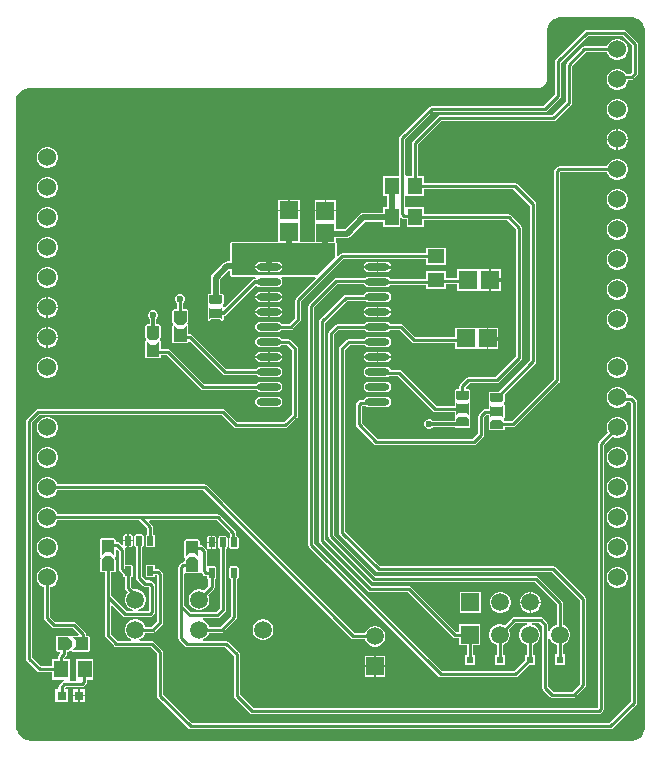
<source format=gtl>
G04*
G04 #@! TF.GenerationSoftware,Altium Limited,Altium Designer,21.2.0 (30)*
G04*
G04 Layer_Physical_Order=1*
G04 Layer_Color=255*
%FSLAX25Y25*%
%MOIN*%
G70*
G04*
G04 #@! TF.SameCoordinates,23E6F6A8-B4C1-47F9-9D7B-204F1C257D05*
G04*
G04*
G04 #@! TF.FilePolarity,Positive*
G04*
G01*
G75*
%ADD10C,0.00984*%
%ADD23R,0.03150X0.03150*%
%ADD26R,0.02362X0.02362*%
%ADD33O,0.08071X0.02362*%
G04:AMPARAMS|DCode=34|XSize=21.65mil|YSize=31.5mil|CornerRadius=1.95mil|HoleSize=0mil|Usage=FLASHONLY|Rotation=0.000|XOffset=0mil|YOffset=0mil|HoleType=Round|Shape=RoundedRectangle|*
%AMROUNDEDRECTD34*
21,1,0.02165,0.02760,0,0,0.0*
21,1,0.01776,0.03150,0,0,0.0*
1,1,0.00390,0.00888,-0.01380*
1,1,0.00390,-0.00888,-0.01380*
1,1,0.00390,-0.00888,0.01380*
1,1,0.00390,0.00888,0.01380*
%
%ADD34ROUNDEDRECTD34*%
%ADD35R,0.06102X0.06102*%
%ADD36R,0.04724X0.05709*%
%ADD37R,0.01000X0.01000*%
%ADD38R,0.01000X0.01000*%
%ADD39R,0.06102X0.06102*%
%ADD40R,0.05709X0.04724*%
%ADD41C,0.01968*%
%ADD42C,0.01181*%
%ADD43C,0.05906*%
%ADD44R,0.05906X0.05906*%
%ADD45R,0.05906X0.05906*%
%ADD46C,0.06000*%
%ADD47C,0.02362*%
G36*
X206017Y240481D02*
X206823Y240147D01*
X207549Y239662D01*
X208166Y239045D01*
X208651Y238319D01*
X208985Y237513D01*
X209155Y236657D01*
Y236221D01*
Y3937D01*
Y3501D01*
X208985Y2645D01*
X208651Y1838D01*
X208166Y1113D01*
X207549Y495D01*
X206823Y11D01*
X206017Y-323D01*
X205161Y-494D01*
X4459D01*
X3398Y-283D01*
X2398Y132D01*
X1498Y733D01*
X733Y1498D01*
X132Y2398D01*
X-283Y3398D01*
X-494Y4459D01*
Y5000D01*
Y212598D01*
Y213035D01*
X-323Y213891D01*
X11Y214697D01*
X495Y215423D01*
X1113Y216040D01*
X1838Y216525D01*
X2645Y216859D01*
X3501Y217029D01*
X173228D01*
X173566Y217046D01*
X174228Y217177D01*
X174852Y217436D01*
X175413Y217811D01*
X175890Y218288D01*
X176265Y218849D01*
X176523Y219473D01*
X176655Y220135D01*
X176672Y220472D01*
Y236221D01*
Y236657D01*
X176842Y237513D01*
X177176Y238319D01*
X177661Y239045D01*
X178278Y239662D01*
X179004Y240147D01*
X179810Y240481D01*
X180666Y240651D01*
X205161D01*
X206017Y240481D01*
D02*
G37*
%LPC*%
G36*
X202362Y236445D02*
X189764D01*
X189377Y236368D01*
X189049Y236148D01*
X179600Y226699D01*
X179380Y226371D01*
X179303Y225984D01*
Y214986D01*
X175565Y211248D01*
X138189D01*
X137802Y211171D01*
X137474Y210951D01*
X127631Y201109D01*
X127412Y200781D01*
X127335Y200394D01*
Y187910D01*
X121941D01*
Y181202D01*
X123290D01*
Y177370D01*
X121941D01*
Y175529D01*
X115354D01*
X115354Y175529D01*
X114775Y175414D01*
X114284Y175086D01*
X114284Y175086D01*
X109216Y170017D01*
X106307D01*
Y172198D01*
X106307Y172517D01*
X106307Y173017D01*
Y175999D01*
X102756D01*
X99205D01*
Y173017D01*
X99205Y172698D01*
X99205Y172198D01*
Y165895D01*
X94102D01*
Y172296D01*
X94102Y172615D01*
X94102Y173115D01*
Y176097D01*
X90551D01*
X87000D01*
Y173115D01*
X87000Y172796D01*
X87000Y172296D01*
Y165895D01*
X71593D01*
X71210Y165737D01*
X71052Y165354D01*
Y159387D01*
X70079D01*
X69500Y159272D01*
X69009Y158944D01*
X69009Y158944D01*
X65072Y155007D01*
X64744Y154516D01*
X64628Y153937D01*
X64628Y153937D01*
Y148555D01*
X64042D01*
X63659Y148396D01*
X63500Y148013D01*
Y145613D01*
X63500Y145613D01*
X63659Y145231D01*
X63659Y145231D01*
X63716Y145174D01*
X63659Y144609D01*
X63500Y144226D01*
X63500Y144226D01*
Y140026D01*
X63500Y140026D01*
X63659Y139643D01*
X63721Y139618D01*
X63979Y139511D01*
X64042Y139485D01*
X64424Y139643D01*
X64425Y139643D01*
X64866Y140085D01*
X67418D01*
X67859Y139643D01*
X68242Y139485D01*
X68624Y139643D01*
X68783Y140026D01*
X68783Y140026D01*
Y140535D01*
X68898Y141014D01*
X69323Y141099D01*
X69684Y141340D01*
X79594Y151250D01*
X79907D01*
X80348Y150956D01*
X81004Y150825D01*
X86713D01*
X87369Y150956D01*
X87925Y151327D01*
X88296Y151883D01*
X88427Y152539D01*
X88296Y153195D01*
X87970Y153683D01*
X88048Y153961D01*
X88178Y154183D01*
X99344D01*
X99535Y153721D01*
X92985Y147172D01*
X92766Y146844D01*
X92689Y146457D01*
Y140458D01*
X90782Y138551D01*
X88059D01*
X87925Y138751D01*
X87369Y139123D01*
X86713Y139253D01*
X81004D01*
X80348Y139123D01*
X79792Y138751D01*
X79420Y138195D01*
X79290Y137539D01*
X79420Y136883D01*
X79792Y136327D01*
X80348Y135956D01*
X81004Y135825D01*
X86713D01*
X87369Y135956D01*
X87925Y136327D01*
X88059Y136528D01*
X91201D01*
X91588Y136605D01*
X91916Y136824D01*
X94416Y139324D01*
X94635Y139652D01*
X94712Y140039D01*
Y146038D01*
X108687Y160012D01*
X136302D01*
Y158161D01*
X143011D01*
Y163886D01*
X136302D01*
Y162035D01*
X108268D01*
X107881Y161958D01*
X107552Y161739D01*
X106909Y161095D01*
X106447Y161286D01*
Y165354D01*
X106307Y165691D01*
Y166991D01*
X109843D01*
X109843Y166991D01*
X110422Y167106D01*
X110913Y167434D01*
X115981Y172502D01*
X121941D01*
Y170661D01*
X127665D01*
Y173699D01*
X128127Y173890D01*
X128323Y173694D01*
X128651Y173475D01*
X129038Y173398D01*
X129815D01*
Y170661D01*
X135539D01*
Y173004D01*
X163361D01*
X166311Y170053D01*
Y127584D01*
X159423Y120697D01*
X150394D01*
X150007Y120620D01*
X149678Y120400D01*
X147710Y118432D01*
X147491Y118104D01*
X147414Y117717D01*
Y116665D01*
X146325D01*
X145942Y116506D01*
X145784Y116124D01*
Y113724D01*
X145784Y113724D01*
X145942Y113341D01*
X145943Y113341D01*
X146000Y113284D01*
X145942Y112719D01*
X145784Y112336D01*
X145784Y112336D01*
Y111248D01*
X139835D01*
X128092Y122991D01*
X127763Y123210D01*
X127376Y123287D01*
X124455D01*
X124145Y123751D01*
X123589Y124123D01*
X122933Y124253D01*
X117224D01*
X116569Y124123D01*
X116012Y123751D01*
X115641Y123195D01*
X115510Y122539D01*
X115641Y121883D01*
X116012Y121327D01*
X116569Y120956D01*
X117224Y120825D01*
X122933D01*
X123589Y120956D01*
X124050Y121264D01*
X126957D01*
X138700Y109521D01*
X139029Y109302D01*
X139416Y109225D01*
X145784D01*
Y108136D01*
X145784Y108136D01*
X145942Y107754D01*
X146000Y107189D01*
X145942Y107132D01*
X145784Y106749D01*
X145784Y106749D01*
Y106230D01*
X138667D01*
X138354Y106543D01*
X137736Y106799D01*
X137067D01*
X136449Y106543D01*
X135976Y106070D01*
X135721Y105453D01*
Y104784D01*
X135976Y104166D01*
X136449Y103693D01*
X137067Y103437D01*
X137736D01*
X138354Y103693D01*
X138667Y104006D01*
X145926D01*
X145942Y103966D01*
X146325Y103808D01*
X150525D01*
X150908Y103966D01*
X151066Y104349D01*
Y106749D01*
X151066Y106749D01*
X150908Y107132D01*
X150908Y107132D01*
X150851Y107189D01*
X150908Y107754D01*
X151066Y108136D01*
X151066Y108136D01*
Y112336D01*
X151066Y112336D01*
X150908Y112719D01*
X150851Y113284D01*
X150908Y113341D01*
X151066Y113724D01*
X151066Y113724D01*
Y116124D01*
X150908Y116506D01*
X150525Y116665D01*
X149437D01*
Y117297D01*
X150813Y118674D01*
X159843D01*
X160230Y118751D01*
X160558Y118970D01*
X168038Y126450D01*
X168257Y126778D01*
X168334Y127165D01*
Y170473D01*
X168257Y170860D01*
X168038Y171188D01*
X164495Y174731D01*
X164167Y174950D01*
X163779Y175027D01*
X135539D01*
Y177370D01*
X129815D01*
Y177370D01*
X129358Y177474D01*
Y181098D01*
X129815Y181202D01*
X129858Y181202D01*
X135539D01*
Y183545D01*
X165419D01*
X171036Y177927D01*
Y126460D01*
X160453Y115877D01*
X157743D01*
X157360Y115719D01*
X157201Y115336D01*
Y112936D01*
X157201Y112936D01*
X157360Y112554D01*
X157360Y112554D01*
X157417Y112496D01*
X157360Y111932D01*
X157201Y111549D01*
X157201Y111549D01*
Y110067D01*
X155905D01*
X155518Y109990D01*
X155190Y109770D01*
X154009Y108589D01*
X153790Y108261D01*
X153713Y107874D01*
Y101994D01*
X151943Y100224D01*
X120104D01*
X114791Y105537D01*
Y110998D01*
X115057Y111264D01*
X116107D01*
X116569Y110956D01*
X117224Y110825D01*
X122933D01*
X123589Y110956D01*
X124145Y111327D01*
X124517Y111883D01*
X124647Y112539D01*
X124517Y113195D01*
X124145Y113751D01*
X123589Y114123D01*
X122933Y114253D01*
X117224D01*
X116569Y114123D01*
X116012Y113751D01*
X115702Y113287D01*
X114638D01*
X114251Y113210D01*
X113923Y112991D01*
X113064Y112133D01*
X112845Y111804D01*
X112768Y111417D01*
Y105118D01*
X112845Y104731D01*
X113064Y104403D01*
X118970Y98497D01*
X119298Y98278D01*
X119685Y98201D01*
X152362D01*
X152749Y98278D01*
X153077Y98497D01*
X155440Y100859D01*
X155659Y101188D01*
X155736Y101575D01*
Y107455D01*
X156325Y108044D01*
X157201D01*
Y107349D01*
X157201Y107349D01*
X157360Y106966D01*
X157417Y106401D01*
X157360Y106344D01*
X157201Y105961D01*
X157201Y105961D01*
Y103561D01*
X157360Y103179D01*
X157743Y103020D01*
X161943D01*
X162325Y103179D01*
X162484Y103561D01*
Y104050D01*
X165298D01*
X165685Y104127D01*
X166013Y104346D01*
X180637Y118970D01*
X180856Y119298D01*
X180933Y119685D01*
Y188988D01*
X196648D01*
X196739Y188649D01*
X197199Y187851D01*
X197851Y187199D01*
X198649Y186739D01*
X199539Y186500D01*
X200461D01*
X201351Y186739D01*
X202149Y187199D01*
X202801Y187851D01*
X203261Y188649D01*
X203500Y189539D01*
Y190461D01*
X203261Y191351D01*
X202801Y192149D01*
X202149Y192801D01*
X201351Y193262D01*
X200461Y193500D01*
X199539D01*
X198649Y193262D01*
X197851Y192801D01*
X197199Y192149D01*
X196739Y191351D01*
X196648Y191012D01*
X180498D01*
X180111Y190935D01*
X179782Y190715D01*
X179206Y190139D01*
X178987Y189811D01*
X178910Y189423D01*
Y120104D01*
X164879Y106073D01*
X162616D01*
X162279Y106507D01*
X162325Y106966D01*
X162484Y107349D01*
X162484Y107349D01*
Y111549D01*
X162484Y111549D01*
X162325Y111932D01*
X162268Y112496D01*
X162325Y112554D01*
X162484Y112936D01*
X162484Y112936D01*
Y115047D01*
X172763Y125326D01*
X172982Y125654D01*
X173059Y126041D01*
Y178347D01*
X172982Y178734D01*
X172763Y179062D01*
X166553Y185271D01*
X166225Y185491D01*
X165838Y185568D01*
X135539D01*
Y187910D01*
X133689D01*
Y198400D01*
X141364Y206075D01*
X178740D01*
X179127Y206152D01*
X179455Y206371D01*
X184574Y211489D01*
X184793Y211818D01*
X184870Y212205D01*
Y224384D01*
X189474Y228989D01*
X196648D01*
X196739Y228649D01*
X197199Y227851D01*
X197851Y227199D01*
X198649Y226739D01*
X199539Y226500D01*
X200461D01*
X201351Y226739D01*
X202149Y227199D01*
X202801Y227851D01*
X203261Y228649D01*
X203500Y229539D01*
Y230461D01*
X203261Y231351D01*
X202801Y232149D01*
X202149Y232801D01*
X201351Y233261D01*
X200461Y233500D01*
X199539D01*
X198649Y233261D01*
X197851Y232801D01*
X197199Y232149D01*
X196739Y231351D01*
X196648Y231012D01*
X189055D01*
X188668Y230935D01*
X188340Y230715D01*
X183143Y225518D01*
X182924Y225190D01*
X182847Y224803D01*
Y212624D01*
X178321Y208098D01*
X140945D01*
X140558Y208021D01*
X140230Y207802D01*
X131962Y199534D01*
X131743Y199206D01*
X131666Y198819D01*
Y187910D01*
X129858D01*
X129815Y187910D01*
X129358Y188014D01*
Y199975D01*
X138608Y209225D01*
X175984D01*
X176371Y209302D01*
X176699Y209521D01*
X181030Y213852D01*
X181249Y214180D01*
X181326Y214567D01*
Y225565D01*
X190183Y234421D01*
X201943D01*
X204894Y231471D01*
Y222466D01*
X204353Y221925D01*
X202930D01*
X202801Y222149D01*
X202149Y222801D01*
X201351Y223261D01*
X200461Y223500D01*
X199539D01*
X198649Y223261D01*
X197851Y222801D01*
X197199Y222149D01*
X196739Y221351D01*
X196500Y220461D01*
Y219539D01*
X196739Y218649D01*
X197199Y217851D01*
X197851Y217199D01*
X198649Y216739D01*
X199539Y216500D01*
X200461D01*
X201351Y216739D01*
X202149Y217199D01*
X202801Y217851D01*
X203261Y218649D01*
X203500Y219539D01*
Y219902D01*
X204772D01*
X205159Y219979D01*
X205487Y220198D01*
X206621Y221332D01*
X206840Y221660D01*
X206917Y222047D01*
Y231890D01*
X206840Y232277D01*
X206621Y232605D01*
X203078Y236148D01*
X202749Y236368D01*
X202362Y236445D01*
D02*
G37*
G36*
X200461Y213500D02*
X199539D01*
X198649Y213262D01*
X197851Y212801D01*
X197199Y212149D01*
X196739Y211351D01*
X196500Y210461D01*
Y209539D01*
X196739Y208649D01*
X197199Y207851D01*
X197851Y207199D01*
X198649Y206738D01*
X199539Y206500D01*
X200461D01*
X201351Y206738D01*
X202149Y207199D01*
X202801Y207851D01*
X203261Y208649D01*
X203500Y209539D01*
Y210461D01*
X203261Y211351D01*
X202801Y212149D01*
X202149Y212801D01*
X201351Y213262D01*
X200461Y213500D01*
D02*
G37*
G36*
Y203500D02*
X200250D01*
Y200250D01*
X203500D01*
Y200461D01*
X203261Y201351D01*
X202801Y202149D01*
X202149Y202801D01*
X201351Y203261D01*
X200461Y203500D01*
D02*
G37*
G36*
X199750D02*
X199539D01*
X198649Y203261D01*
X197851Y202801D01*
X197199Y202149D01*
X196739Y201351D01*
X196500Y200461D01*
Y200250D01*
X199750D01*
Y203500D01*
D02*
G37*
G36*
X203500Y199750D02*
X200250D01*
Y196500D01*
X200461D01*
X201351Y196739D01*
X202149Y197199D01*
X202801Y197851D01*
X203261Y198649D01*
X203500Y199539D01*
Y199750D01*
D02*
G37*
G36*
X199750D02*
X196500D01*
Y199539D01*
X196739Y198649D01*
X197199Y197851D01*
X197851Y197199D01*
X198649Y196739D01*
X199539Y196500D01*
X199750D01*
Y199750D01*
D02*
G37*
G36*
X10461Y197516D02*
X9539D01*
X8649Y197277D01*
X7851Y196817D01*
X7199Y196165D01*
X6739Y195367D01*
X6500Y194476D01*
Y193555D01*
X6739Y192665D01*
X7199Y191867D01*
X7851Y191215D01*
X8649Y190754D01*
X9539Y190516D01*
X10461D01*
X11351Y190754D01*
X12149Y191215D01*
X12801Y191867D01*
X13262Y192665D01*
X13500Y193555D01*
Y194476D01*
X13262Y195367D01*
X12801Y196165D01*
X12149Y196817D01*
X11351Y197277D01*
X10461Y197516D01*
D02*
G37*
G36*
Y187516D02*
X9539D01*
X8649Y187277D01*
X7851Y186817D01*
X7199Y186165D01*
X6739Y185367D01*
X6500Y184476D01*
Y183555D01*
X6739Y182665D01*
X7199Y181867D01*
X7851Y181215D01*
X8649Y180754D01*
X9539Y180516D01*
X10461D01*
X11351Y180754D01*
X12149Y181215D01*
X12801Y181867D01*
X13262Y182665D01*
X13500Y183555D01*
Y184476D01*
X13262Y185367D01*
X12801Y186165D01*
X12149Y186817D01*
X11351Y187277D01*
X10461Y187516D01*
D02*
G37*
G36*
X94102Y179899D02*
X90801D01*
Y176597D01*
X94102D01*
Y179899D01*
D02*
G37*
G36*
X90301D02*
X87000D01*
Y176597D01*
X90301D01*
Y179899D01*
D02*
G37*
G36*
X200461Y183500D02*
X199539D01*
X198649Y183262D01*
X197851Y182801D01*
X197199Y182149D01*
X196739Y181351D01*
X196500Y180461D01*
Y179539D01*
X196739Y178649D01*
X197199Y177851D01*
X197851Y177199D01*
X198649Y176739D01*
X199539Y176500D01*
X200461D01*
X201351Y176739D01*
X202149Y177199D01*
X202801Y177851D01*
X203261Y178649D01*
X203500Y179539D01*
Y180461D01*
X203261Y181351D01*
X202801Y182149D01*
X202149Y182801D01*
X201351Y183262D01*
X200461Y183500D01*
D02*
G37*
G36*
X106307Y179800D02*
X103006D01*
Y176499D01*
X106307D01*
Y179800D01*
D02*
G37*
G36*
X102506D02*
X99205D01*
Y176499D01*
X102506D01*
Y179800D01*
D02*
G37*
G36*
X10461Y177516D02*
X9539D01*
X8649Y177277D01*
X7851Y176816D01*
X7199Y176165D01*
X6739Y175367D01*
X6500Y174477D01*
Y173555D01*
X6739Y172665D01*
X7199Y171867D01*
X7851Y171215D01*
X8649Y170754D01*
X9539Y170516D01*
X10461D01*
X11351Y170754D01*
X12149Y171215D01*
X12801Y171867D01*
X13262Y172665D01*
X13500Y173555D01*
Y174477D01*
X13262Y175367D01*
X12801Y176165D01*
X12149Y176816D01*
X11351Y177277D01*
X10461Y177516D01*
D02*
G37*
G36*
X200461Y173500D02*
X199539D01*
X198649Y173261D01*
X197851Y172801D01*
X197199Y172149D01*
X196739Y171351D01*
X196500Y170461D01*
Y169539D01*
X196739Y168649D01*
X197199Y167851D01*
X197851Y167199D01*
X198649Y166738D01*
X199539Y166500D01*
X200461D01*
X201351Y166738D01*
X202149Y167199D01*
X202801Y167851D01*
X203261Y168649D01*
X203500Y169539D01*
Y170461D01*
X203261Y171351D01*
X202801Y172149D01*
X202149Y172801D01*
X201351Y173261D01*
X200461Y173500D01*
D02*
G37*
G36*
X10461Y167516D02*
X9539D01*
X8649Y167277D01*
X7851Y166816D01*
X7199Y166165D01*
X6739Y165367D01*
X6500Y164477D01*
Y163555D01*
X6739Y162665D01*
X7199Y161867D01*
X7851Y161215D01*
X8649Y160754D01*
X9539Y160516D01*
X10461D01*
X11351Y160754D01*
X12149Y161215D01*
X12801Y161867D01*
X13262Y162665D01*
X13500Y163555D01*
Y164477D01*
X13262Y165367D01*
X12801Y166165D01*
X12149Y166816D01*
X11351Y167277D01*
X10461Y167516D01*
D02*
G37*
G36*
X122933Y159253D02*
X120329D01*
Y157789D01*
X124597D01*
X124517Y158195D01*
X124145Y158751D01*
X123589Y159123D01*
X122933Y159253D01*
D02*
G37*
G36*
X119829D02*
X117224D01*
X116569Y159123D01*
X116012Y158751D01*
X115641Y158195D01*
X115560Y157789D01*
X119829D01*
Y159253D01*
D02*
G37*
G36*
X200461Y163500D02*
X199539D01*
X198649Y163261D01*
X197851Y162801D01*
X197199Y162149D01*
X196739Y161351D01*
X196500Y160461D01*
Y159539D01*
X196739Y158649D01*
X197199Y157851D01*
X197851Y157199D01*
X198649Y156738D01*
X199539Y156500D01*
X200461D01*
X201351Y156738D01*
X202149Y157199D01*
X202801Y157851D01*
X203261Y158649D01*
X203500Y159539D01*
Y160461D01*
X203261Y161351D01*
X202801Y162149D01*
X202149Y162801D01*
X201351Y163261D01*
X200461Y163500D01*
D02*
G37*
G36*
X124597Y157289D02*
X120329D01*
Y155825D01*
X122933D01*
X123589Y155956D01*
X124145Y156327D01*
X124517Y156883D01*
X124597Y157289D01*
D02*
G37*
G36*
X119829D02*
X115560D01*
X115641Y156883D01*
X116012Y156327D01*
X116569Y155956D01*
X117224Y155825D01*
X119829D01*
Y157289D01*
D02*
G37*
G36*
X154028Y156701D02*
X153527Y156701D01*
X146744D01*
Y153768D01*
X143011D01*
Y156012D01*
X136302D01*
Y153551D01*
X124279D01*
X124145Y153751D01*
X123589Y154123D01*
X122933Y154253D01*
X117224D01*
X116569Y154123D01*
X116036Y153768D01*
X106299D01*
X105912Y153691D01*
X105584Y153471D01*
X97316Y145203D01*
X97097Y144875D01*
X97020Y144488D01*
Y64961D01*
X97097Y64574D01*
X97316Y64245D01*
X140623Y20938D01*
X140952Y20719D01*
X141339Y20642D01*
X166063D01*
X166450Y20719D01*
X166778Y20938D01*
X170537Y24697D01*
X172468D01*
Y28059D01*
X171799D01*
Y31577D01*
X172120Y31663D01*
X172907Y32118D01*
X173550Y32761D01*
X174005Y33548D01*
X174240Y34426D01*
Y35335D01*
X174005Y36214D01*
X173550Y37001D01*
X172907Y37644D01*
X172120Y38098D01*
X171546Y38252D01*
X171612Y38752D01*
X174086D01*
X175021Y37818D01*
Y17275D01*
X175098Y16888D01*
X175317Y16560D01*
X177631Y14245D01*
X177959Y14026D01*
X178347Y13949D01*
X185433D01*
X185820Y14026D01*
X186148Y14245D01*
X189298Y17395D01*
X189517Y17723D01*
X189594Y18110D01*
Y46850D01*
X189517Y47238D01*
X189298Y47566D01*
X179455Y57408D01*
X179127Y57627D01*
X178740Y57705D01*
X120891D01*
X109279Y69317D01*
Y129896D01*
X110911Y131528D01*
X115878D01*
X116012Y131327D01*
X116569Y130956D01*
X117224Y130825D01*
X122933D01*
X123589Y130956D01*
X124145Y131327D01*
X124517Y131883D01*
X124647Y132539D01*
X124517Y133195D01*
X124145Y133751D01*
X123589Y134123D01*
X122933Y134253D01*
X117224D01*
X116569Y134123D01*
X116012Y133751D01*
X115878Y133551D01*
X110492D01*
X110105Y133474D01*
X109777Y133255D01*
X107552Y131030D01*
X107333Y130702D01*
X107256Y130315D01*
Y68898D01*
X107333Y68511D01*
X107552Y68182D01*
X119757Y55978D01*
X120085Y55758D01*
X120472Y55681D01*
X178321D01*
X187571Y46431D01*
Y18529D01*
X185014Y15972D01*
X178765D01*
X177044Y17694D01*
Y33581D01*
X177544Y33647D01*
X177570Y33548D01*
X178024Y32761D01*
X178667Y32118D01*
X179455Y31663D01*
X179776Y31577D01*
Y28313D01*
X179106D01*
Y24951D01*
X182468D01*
Y28313D01*
X181799D01*
Y31577D01*
X182120Y31663D01*
X182907Y32118D01*
X183550Y32761D01*
X184005Y33548D01*
X184240Y34426D01*
Y35335D01*
X184005Y36214D01*
X183550Y37001D01*
X182907Y37644D01*
X182120Y38098D01*
X181799Y38184D01*
Y45591D01*
X181722Y45978D01*
X181503Y46306D01*
X173550Y54259D01*
X173222Y54478D01*
X172835Y54555D01*
X119317D01*
X105736Y68136D01*
Y135014D01*
X107250Y136528D01*
X115878D01*
X116012Y136327D01*
X116569Y135956D01*
X117224Y135825D01*
X122933D01*
X123589Y135956D01*
X124145Y136327D01*
X124279Y136528D01*
X127396D01*
X131568Y132356D01*
X131896Y132136D01*
X132283Y132059D01*
X145957D01*
Y130108D01*
X152740D01*
X153059Y130108D01*
X153559Y130108D01*
X156541D01*
Y133659D01*
Y137211D01*
X153559D01*
X153240Y137211D01*
X152740Y137211D01*
X145957D01*
Y134082D01*
X132703D01*
X128530Y138255D01*
X128202Y138474D01*
X127815Y138551D01*
X124279D01*
X124145Y138751D01*
X123589Y139123D01*
X122933Y139253D01*
X117224D01*
X116569Y139123D01*
X116012Y138751D01*
X115878Y138551D01*
X106831D01*
X106444Y138474D01*
X106115Y138255D01*
X104009Y136148D01*
X103790Y135820D01*
X103713Y135433D01*
Y67716D01*
X103790Y67329D01*
X104009Y67001D01*
X118182Y52828D01*
X118510Y52609D01*
X118898Y52532D01*
X172416D01*
X179776Y45172D01*
Y38184D01*
X179455Y38098D01*
X178667Y37644D01*
X178024Y37001D01*
X177570Y36214D01*
X177544Y36115D01*
X177044Y36181D01*
Y38237D01*
X176967Y38624D01*
X176747Y38952D01*
X175220Y40479D01*
X174892Y40698D01*
X174505Y40775D01*
X165670D01*
X165283Y40698D01*
X164955Y40479D01*
X162408Y37932D01*
X162120Y38098D01*
X161242Y38334D01*
X160333D01*
X159455Y38098D01*
X158667Y37644D01*
X158025Y37001D01*
X157570Y36214D01*
X157335Y35335D01*
Y34426D01*
X157570Y33548D01*
X158025Y32761D01*
X158667Y32118D01*
X159455Y31663D01*
X159776Y31577D01*
Y28059D01*
X159106D01*
Y24697D01*
X162469D01*
Y28059D01*
X161799D01*
Y31577D01*
X162120Y31663D01*
X162907Y32118D01*
X163550Y32761D01*
X164005Y33548D01*
X164240Y34426D01*
Y35335D01*
X164005Y36214D01*
X163839Y36502D01*
X166089Y38752D01*
X169963D01*
X170029Y38252D01*
X169455Y38098D01*
X168667Y37644D01*
X168025Y37001D01*
X167570Y36214D01*
X167335Y35335D01*
Y34426D01*
X167570Y33548D01*
X168025Y32761D01*
X168667Y32118D01*
X169455Y31663D01*
X169776Y31577D01*
Y28059D01*
X169106D01*
Y26127D01*
X165644Y22665D01*
X141758D01*
X99043Y65380D01*
Y144069D01*
X106718Y151744D01*
X115734D01*
X116012Y151327D01*
X116569Y150956D01*
X117224Y150825D01*
X122933D01*
X123589Y150956D01*
X124145Y151327D01*
X124279Y151528D01*
X136302D01*
Y150287D01*
X143011D01*
Y151744D01*
X146744D01*
Y149598D01*
X153527D01*
X153847Y149598D01*
X154347Y149598D01*
X157329D01*
Y153150D01*
Y156701D01*
X154347D01*
X154028Y156701D01*
D02*
G37*
G36*
X157829Y156701D02*
Y153400D01*
X161130D01*
Y156701D01*
X157829D01*
D02*
G37*
G36*
X10461Y157516D02*
X9539D01*
X8649Y157277D01*
X7851Y156816D01*
X7199Y156165D01*
X6739Y155367D01*
X6500Y154476D01*
Y153555D01*
X6739Y152665D01*
X7199Y151867D01*
X7851Y151215D01*
X8649Y150754D01*
X9539Y150516D01*
X10461D01*
X11351Y150754D01*
X12149Y151215D01*
X12801Y151867D01*
X13262Y152665D01*
X13500Y153555D01*
Y154476D01*
X13262Y155367D01*
X12801Y156165D01*
X12149Y156816D01*
X11351Y157277D01*
X10461Y157516D01*
D02*
G37*
G36*
X161130Y152900D02*
X157829D01*
Y149598D01*
X161130D01*
Y152900D01*
D02*
G37*
G36*
X86713Y149253D02*
X84108D01*
Y147789D01*
X88377D01*
X88296Y148195D01*
X87925Y148751D01*
X87369Y149123D01*
X86713Y149253D01*
D02*
G37*
G36*
X83608D02*
X81004D01*
X80348Y149123D01*
X79792Y148751D01*
X79420Y148195D01*
X79340Y147789D01*
X83608D01*
Y149253D01*
D02*
G37*
G36*
X200461Y153500D02*
X199539D01*
X198649Y153261D01*
X197851Y152801D01*
X197199Y152149D01*
X196739Y151351D01*
X196500Y150461D01*
Y149539D01*
X196739Y148649D01*
X197199Y147851D01*
X197851Y147199D01*
X198649Y146739D01*
X199539Y146500D01*
X200461D01*
X201351Y146739D01*
X202149Y147199D01*
X202801Y147851D01*
X203261Y148649D01*
X203500Y149539D01*
Y150461D01*
X203261Y151351D01*
X202801Y152149D01*
X202149Y152801D01*
X201351Y153261D01*
X200461Y153500D01*
D02*
G37*
G36*
X122933Y149253D02*
X117224D01*
X116569Y149123D01*
X116012Y148751D01*
X115681Y148256D01*
X109449D01*
X109062Y148179D01*
X108733Y147959D01*
X100859Y140085D01*
X100640Y139757D01*
X100563Y139370D01*
Y66142D01*
X100640Y65755D01*
X100859Y65426D01*
X117001Y49285D01*
X117329Y49065D01*
X117717Y48988D01*
X130290D01*
X145113Y34166D01*
X145441Y33946D01*
X145828Y33869D01*
X147335D01*
Y31428D01*
X149776D01*
Y28059D01*
X149106D01*
Y24697D01*
X152469D01*
Y28059D01*
X151799D01*
Y31428D01*
X154240D01*
Y38334D01*
X147335D01*
Y35893D01*
X146247D01*
X131424Y50715D01*
X131096Y50935D01*
X130709Y51012D01*
X118135D01*
X102586Y66561D01*
Y138951D01*
X109868Y146232D01*
X116154D01*
X116569Y145956D01*
X117224Y145825D01*
X122933D01*
X123589Y145956D01*
X124145Y146327D01*
X124517Y146883D01*
X124647Y147539D01*
X124517Y148195D01*
X124145Y148751D01*
X123589Y149123D01*
X122933Y149253D01*
D02*
G37*
G36*
X88377Y147289D02*
X84108D01*
Y145825D01*
X86713D01*
X87369Y145956D01*
X87925Y146327D01*
X88296Y146883D01*
X88377Y147289D01*
D02*
G37*
G36*
X83608D02*
X79340D01*
X79420Y146883D01*
X79792Y146327D01*
X80348Y145956D01*
X81004Y145825D01*
X83608D01*
Y147289D01*
D02*
G37*
G36*
X10461Y147516D02*
X10250D01*
Y144266D01*
X13500D01*
Y144476D01*
X13262Y145367D01*
X12801Y146165D01*
X12149Y146817D01*
X11351Y147277D01*
X10461Y147516D01*
D02*
G37*
G36*
X9750D02*
X9539D01*
X8649Y147277D01*
X7851Y146817D01*
X7199Y146165D01*
X6739Y145367D01*
X6500Y144476D01*
Y144266D01*
X9750D01*
Y147516D01*
D02*
G37*
G36*
X122933Y144253D02*
X120329D01*
Y142789D01*
X124597D01*
X124517Y143195D01*
X124145Y143751D01*
X123589Y144123D01*
X122933Y144253D01*
D02*
G37*
G36*
X119829D02*
X117224D01*
X116569Y144123D01*
X116012Y143751D01*
X115641Y143195D01*
X115560Y142789D01*
X119829D01*
Y144253D01*
D02*
G37*
G36*
X86713D02*
X84108D01*
Y142789D01*
X88377D01*
X88296Y143195D01*
X87925Y143751D01*
X87369Y144123D01*
X86713Y144253D01*
D02*
G37*
G36*
X83608D02*
X81004D01*
X80348Y144123D01*
X79792Y143751D01*
X79420Y143195D01*
X79340Y142789D01*
X83608D01*
Y144253D01*
D02*
G37*
G36*
X124597Y142289D02*
X120329D01*
Y140825D01*
X122933D01*
X123589Y140956D01*
X124145Y141327D01*
X124517Y141883D01*
X124597Y142289D01*
D02*
G37*
G36*
X119829D02*
X115560D01*
X115641Y141883D01*
X116012Y141327D01*
X116569Y140956D01*
X117224Y140825D01*
X119829D01*
Y142289D01*
D02*
G37*
G36*
X88377Y142289D02*
X84108D01*
Y140825D01*
X86713D01*
X87369Y140956D01*
X87925Y141327D01*
X88296Y141883D01*
X88377Y142289D01*
D02*
G37*
G36*
X83608D02*
X79340D01*
X79420Y141883D01*
X79792Y141327D01*
X80348Y140956D01*
X81004Y140825D01*
X83608D01*
Y142289D01*
D02*
G37*
G36*
X13500Y143766D02*
X10250D01*
Y140516D01*
X10461D01*
X11351Y140754D01*
X12149Y141215D01*
X12801Y141867D01*
X13262Y142665D01*
X13500Y143555D01*
Y143766D01*
D02*
G37*
G36*
X9750D02*
X6500D01*
Y143555D01*
X6739Y142665D01*
X7199Y141867D01*
X7851Y141215D01*
X8649Y140754D01*
X9539Y140516D01*
X9750D01*
Y143766D01*
D02*
G37*
G36*
X200461Y143500D02*
X199539D01*
X198649Y143262D01*
X197851Y142801D01*
X197199Y142149D01*
X196739Y141351D01*
X196500Y140461D01*
Y139539D01*
X196739Y138649D01*
X197199Y137851D01*
X197851Y137199D01*
X198649Y136739D01*
X199539Y136500D01*
X200461D01*
X201351Y136739D01*
X202149Y137199D01*
X202801Y137851D01*
X203261Y138649D01*
X203500Y139539D01*
Y140461D01*
X203261Y141351D01*
X202801Y142149D01*
X202149Y142801D01*
X201351Y143262D01*
X200461Y143500D01*
D02*
G37*
G36*
X10461Y137516D02*
X10250D01*
Y134266D01*
X13500D01*
Y134476D01*
X13262Y135367D01*
X12801Y136165D01*
X12149Y136817D01*
X11351Y137277D01*
X10461Y137516D01*
D02*
G37*
G36*
X9750D02*
X9539D01*
X8649Y137277D01*
X7851Y136817D01*
X7199Y136165D01*
X6739Y135367D01*
X6500Y134476D01*
Y134266D01*
X9750D01*
Y137516D01*
D02*
G37*
G36*
X157041Y137211D02*
Y133909D01*
X160343D01*
Y137211D01*
X157041D01*
D02*
G37*
G36*
X13500Y133766D02*
X10250D01*
Y130516D01*
X10461D01*
X11351Y130754D01*
X12149Y131215D01*
X12801Y131867D01*
X13262Y132665D01*
X13500Y133555D01*
Y133766D01*
D02*
G37*
G36*
X9750D02*
X6500D01*
Y133555D01*
X6739Y132665D01*
X7199Y131867D01*
X7851Y131215D01*
X8649Y130754D01*
X9539Y130516D01*
X9750D01*
Y133766D01*
D02*
G37*
G36*
X160343Y133409D02*
X157041D01*
Y130108D01*
X160343D01*
Y133409D01*
D02*
G37*
G36*
X122933Y129253D02*
X120329D01*
Y127789D01*
X124597D01*
X124517Y128195D01*
X124145Y128751D01*
X123589Y129123D01*
X122933Y129253D01*
D02*
G37*
G36*
X119829D02*
X117224D01*
X116569Y129123D01*
X116012Y128751D01*
X115641Y128195D01*
X115560Y127789D01*
X119829D01*
Y129253D01*
D02*
G37*
G36*
X86713D02*
X84108D01*
Y127789D01*
X88377D01*
X88296Y128195D01*
X87925Y128751D01*
X87369Y129123D01*
X86713Y129253D01*
D02*
G37*
G36*
X83608D02*
X81004D01*
X80348Y129123D01*
X79792Y128751D01*
X79420Y128195D01*
X79340Y127789D01*
X83608D01*
Y129253D01*
D02*
G37*
G36*
X124597Y127289D02*
X120329D01*
Y125825D01*
X122933D01*
X123589Y125956D01*
X124145Y126327D01*
X124517Y126883D01*
X124597Y127289D01*
D02*
G37*
G36*
X119829D02*
X115560D01*
X115641Y126883D01*
X116012Y126327D01*
X116569Y125956D01*
X117224Y125825D01*
X119829D01*
Y127289D01*
D02*
G37*
G36*
X88377Y127289D02*
X84108D01*
Y125825D01*
X86713D01*
X87369Y125956D01*
X87925Y126327D01*
X88296Y126883D01*
X88377Y127289D01*
D02*
G37*
G36*
X83608D02*
X79340D01*
X79420Y126883D01*
X79792Y126327D01*
X80348Y125956D01*
X81004Y125825D01*
X83608D01*
Y127289D01*
D02*
G37*
G36*
X54665Y148531D02*
X53996D01*
X53378Y148275D01*
X52906Y147803D01*
X52650Y147185D01*
Y146516D01*
X52906Y145898D01*
X53319Y145484D01*
Y143381D01*
X52231D01*
X51848Y143222D01*
X51689Y142839D01*
Y139239D01*
X51689Y139239D01*
X51848Y138857D01*
X51848Y138857D01*
X51905Y138800D01*
X51848Y138235D01*
X51689Y137852D01*
X51689Y137852D01*
X51689Y132621D01*
X51848Y132239D01*
X52231Y132080D01*
X56431D01*
X56813Y132239D01*
X56972Y132621D01*
Y132623D01*
X57472Y132830D01*
X68478Y121824D01*
X68806Y121605D01*
X69193Y121528D01*
X79658D01*
X79792Y121327D01*
X80348Y120956D01*
X81004Y120825D01*
X86713D01*
X87369Y120956D01*
X87925Y121327D01*
X88296Y121883D01*
X88427Y122539D01*
X88296Y123195D01*
X87925Y123751D01*
X87369Y124123D01*
X86713Y124253D01*
X81004D01*
X80348Y124123D01*
X79792Y123751D01*
X79658Y123551D01*
X69612D01*
X58196Y134967D01*
X57867Y135187D01*
X57480Y135264D01*
X56972D01*
Y137852D01*
X56972Y137852D01*
X56813Y138235D01*
X56756Y138800D01*
X56813Y138857D01*
X56972Y139239D01*
X56972Y139239D01*
Y142839D01*
X56813Y143222D01*
X56431Y143381D01*
X55342D01*
Y145484D01*
X55756Y145898D01*
X56012Y146516D01*
Y147185D01*
X55756Y147803D01*
X55283Y148275D01*
X54665Y148531D01*
D02*
G37*
G36*
X200461Y127516D02*
X199539D01*
X198649Y127277D01*
X197851Y126816D01*
X197199Y126165D01*
X196739Y125367D01*
X196500Y124477D01*
Y123555D01*
X196739Y122665D01*
X197199Y121867D01*
X197851Y121215D01*
X198649Y120754D01*
X199539Y120516D01*
X200461D01*
X201351Y120754D01*
X202149Y121215D01*
X202801Y121867D01*
X203261Y122665D01*
X203500Y123555D01*
Y124477D01*
X203261Y125367D01*
X202801Y126165D01*
X202149Y126816D01*
X201351Y127277D01*
X200461Y127516D01*
D02*
G37*
G36*
X10461D02*
X9539D01*
X8649Y127277D01*
X7851Y126816D01*
X7199Y126165D01*
X6739Y125367D01*
X6500Y124477D01*
Y123555D01*
X6739Y122665D01*
X7199Y121867D01*
X7851Y121215D01*
X8649Y120754D01*
X9539Y120516D01*
X10461D01*
X11351Y120754D01*
X12149Y121215D01*
X12801Y121867D01*
X13262Y122665D01*
X13500Y123555D01*
Y124477D01*
X13262Y125367D01*
X12801Y126165D01*
X12149Y126816D01*
X11351Y127277D01*
X10461Y127516D01*
D02*
G37*
G36*
X122933Y119253D02*
X117224D01*
X116569Y119123D01*
X116012Y118751D01*
X115641Y118195D01*
X115510Y117539D01*
X115641Y116883D01*
X116012Y116327D01*
X116569Y115956D01*
X117224Y115825D01*
X122933D01*
X123589Y115956D01*
X124145Y116327D01*
X124517Y116883D01*
X124647Y117539D01*
X124517Y118195D01*
X124145Y118751D01*
X123589Y119123D01*
X122933Y119253D01*
D02*
G37*
G36*
X45610Y143020D02*
X44941D01*
X44323Y142764D01*
X43850Y142291D01*
X43595Y141673D01*
Y141004D01*
X43850Y140386D01*
X44164Y140073D01*
Y138318D01*
X43176D01*
X42793Y138160D01*
X42634Y137777D01*
Y134177D01*
X42634Y134177D01*
X42793Y133794D01*
X42793Y133794D01*
X42850Y133737D01*
X42793Y133173D01*
X42634Y132790D01*
X42634Y132790D01*
X42634Y127559D01*
X42793Y127176D01*
X43176Y127018D01*
X47376D01*
X47758Y127176D01*
X47917Y127559D01*
Y128178D01*
X49919D01*
X61273Y116824D01*
X61601Y116605D01*
X61988Y116528D01*
X79658D01*
X79792Y116327D01*
X80348Y115956D01*
X81004Y115825D01*
X86713D01*
X87369Y115956D01*
X87925Y116327D01*
X88296Y116883D01*
X88427Y117539D01*
X88296Y118195D01*
X87925Y118751D01*
X87369Y119123D01*
X86713Y119253D01*
X81004D01*
X80348Y119123D01*
X79792Y118751D01*
X79658Y118551D01*
X62407D01*
X51053Y129905D01*
X50725Y130124D01*
X50338Y130201D01*
X47917D01*
Y132790D01*
X47917Y132790D01*
X47758Y133173D01*
X47701Y133737D01*
X47758Y133794D01*
X47917Y134177D01*
X47917Y134177D01*
Y137777D01*
X47758Y138160D01*
X47376Y138318D01*
X46387D01*
Y140073D01*
X46701Y140386D01*
X46957Y141004D01*
Y141673D01*
X46701Y142291D01*
X46228Y142764D01*
X45610Y143020D01*
D02*
G37*
G36*
X86713Y114253D02*
X81004D01*
X80348Y114123D01*
X79792Y113751D01*
X79420Y113195D01*
X79290Y112539D01*
X79420Y111883D01*
X79792Y111327D01*
X80348Y110956D01*
X81004Y110825D01*
X86713D01*
X87369Y110956D01*
X87925Y111327D01*
X88296Y111883D01*
X88427Y112539D01*
X88296Y113195D01*
X87925Y113751D01*
X87369Y114123D01*
X86713Y114253D01*
D02*
G37*
G36*
Y134253D02*
X81004D01*
X80348Y134123D01*
X79792Y133751D01*
X79420Y133195D01*
X79290Y132539D01*
X79420Y131883D01*
X79792Y131327D01*
X80348Y130956D01*
X81004Y130825D01*
X86713D01*
X87369Y130956D01*
X87925Y131327D01*
X88059Y131528D01*
X89876D01*
X91508Y129896D01*
Y108293D01*
X88951Y105736D01*
X73254D01*
X69219Y109770D01*
X68891Y109990D01*
X68504Y110067D01*
X6991D01*
X6604Y109990D01*
X6276Y109770D01*
X3222Y106716D01*
X3002Y106388D01*
X2926Y106001D01*
Y26970D01*
X3002Y26583D01*
X3222Y26255D01*
X6865Y22613D01*
X7193Y22393D01*
X7580Y22316D01*
X11705D01*
Y19973D01*
X15487D01*
X15537Y19473D01*
X15361Y19439D01*
X15033Y19219D01*
X14049Y18235D01*
X13829Y17907D01*
X13752Y17520D01*
Y16642D01*
X12689D01*
Y12492D01*
X16839D01*
Y16642D01*
X15874D01*
X15816Y17142D01*
X16167Y17492D01*
X21681D01*
X22069Y17569D01*
X22397Y17789D01*
X22973Y18365D01*
X23193Y18693D01*
X23270Y19081D01*
Y19973D01*
X25303D01*
Y26682D01*
X19579D01*
Y19974D01*
X19579D01*
X19477Y19515D01*
X17531D01*
X17429Y19973D01*
X17429Y20016D01*
Y26682D01*
X15680D01*
X15620Y27182D01*
X16275Y27837D01*
X16494Y28165D01*
X16571Y28552D01*
Y29153D01*
X17060Y29248D01*
X17060D01*
X17443Y29407D01*
X17443Y29407D01*
X17500Y29464D01*
X18065Y29407D01*
X18447Y29249D01*
X18447Y29249D01*
X23678Y29249D01*
X24061Y29407D01*
X24219Y29790D01*
Y33990D01*
X24061Y34372D01*
X23678Y34531D01*
X23059D01*
Y35039D01*
X22982Y35427D01*
X22762Y35755D01*
X19613Y38904D01*
X19285Y39123D01*
X18898Y39200D01*
X12624D01*
X11012Y40813D01*
Y50663D01*
X11351Y50754D01*
X12149Y51215D01*
X12801Y51867D01*
X13262Y52665D01*
X13500Y53555D01*
Y54476D01*
X13262Y55367D01*
X12801Y56165D01*
X12149Y56816D01*
X11351Y57277D01*
X10461Y57516D01*
X9539D01*
X8649Y57277D01*
X7851Y56816D01*
X7199Y56165D01*
X6739Y55367D01*
X6500Y54476D01*
Y53555D01*
X6739Y52665D01*
X7199Y51867D01*
X7851Y51215D01*
X8649Y50754D01*
X8988Y50663D01*
Y40394D01*
X9065Y40007D01*
X9285Y39678D01*
X11489Y37474D01*
X11818Y37254D01*
X12205Y37177D01*
X18479D01*
X20625Y35031D01*
X20418Y34531D01*
X18447D01*
X18447Y34531D01*
X18065Y34372D01*
X17500Y34315D01*
X17443Y34372D01*
X17060Y34531D01*
X17060Y34531D01*
X13460D01*
X13077Y34372D01*
X12919Y33990D01*
Y29790D01*
X13077Y29407D01*
X13460Y29249D01*
X14119D01*
X14326Y28749D01*
X13852Y28274D01*
X13632Y27946D01*
X13555Y27559D01*
Y26682D01*
X11705D01*
Y24339D01*
X7999D01*
X4949Y27389D01*
Y105582D01*
X7410Y108044D01*
X68085D01*
X72119Y104009D01*
X72448Y103790D01*
X72835Y103713D01*
X89370D01*
X89757Y103790D01*
X90085Y104009D01*
X93235Y107159D01*
X93454Y107487D01*
X93531Y107874D01*
Y130315D01*
X93454Y130702D01*
X93235Y131030D01*
X91011Y133255D01*
X90682Y133474D01*
X90295Y133551D01*
X88059D01*
X87925Y133751D01*
X87369Y134123D01*
X86713Y134253D01*
D02*
G37*
G36*
X200461Y107516D02*
X199539D01*
X198649Y107277D01*
X197851Y106816D01*
X197199Y106165D01*
X196739Y105367D01*
X196500Y104476D01*
Y103555D01*
X196739Y102665D01*
X196914Y102360D01*
X193773Y99219D01*
X193554Y98891D01*
X193477Y98504D01*
Y10460D01*
X78765D01*
X74240Y14986D01*
Y28346D01*
X74163Y28734D01*
X73944Y29062D01*
X70400Y32605D01*
X70072Y32824D01*
X69685Y32901D01*
X62046D01*
X61963Y33397D01*
X62750Y33851D01*
X63393Y34494D01*
X63847Y35282D01*
X63933Y35603D01*
X68110D01*
X68497Y35680D01*
X68826Y35899D01*
X72959Y40033D01*
X73179Y40361D01*
X73256Y40748D01*
Y53547D01*
X73403Y53576D01*
X73633Y53729D01*
X73786Y53959D01*
X73840Y54230D01*
Y56990D01*
X73786Y57261D01*
X73633Y57491D01*
X73403Y57645D01*
X73132Y57699D01*
X71356D01*
X71085Y57645D01*
X70855Y57491D01*
X70702Y57261D01*
X70648Y56990D01*
Y54230D01*
X70702Y53959D01*
X70855Y53729D01*
X71085Y53576D01*
X71232Y53547D01*
Y41167D01*
X67691Y37626D01*
X63933D01*
X63847Y37947D01*
X63393Y38734D01*
X62750Y39377D01*
X61963Y39832D01*
X62046Y40327D01*
X66535D01*
X66922Y40404D01*
X67251Y40623D01*
X69219Y42592D01*
X69438Y42920D01*
X69516Y43307D01*
Y63586D01*
X69663Y63615D01*
X69893Y63769D01*
X70046Y63999D01*
X70100Y64270D01*
Y67030D01*
X70046Y67301D01*
X69893Y67531D01*
X69663Y67684D01*
X69392Y67738D01*
X67616D01*
X67345Y67684D01*
X67115Y67531D01*
X66962Y67301D01*
X66908Y67030D01*
Y64270D01*
X66962Y63999D01*
X67115Y63769D01*
X67345Y63615D01*
X67492Y63586D01*
Y43726D01*
X66116Y42350D01*
X57899D01*
X55736Y44513D01*
Y55020D01*
X56168Y55382D01*
X60368D01*
X60750Y55541D01*
X60779Y55609D01*
X61007Y55652D01*
X61324Y55620D01*
X61489Y55373D01*
X62066Y54796D01*
X62394Y54577D01*
X62781Y54500D01*
X63168D01*
Y54230D01*
X63221Y53959D01*
X63375Y53729D01*
X63605Y53576D01*
X63752Y53547D01*
Y51167D01*
X62251Y49665D01*
X61963Y49832D01*
X61085Y50067D01*
X60175D01*
X59297Y49832D01*
X58510Y49377D01*
X57867Y48734D01*
X57412Y47947D01*
X57177Y47069D01*
Y46160D01*
X57412Y45281D01*
X57867Y44494D01*
X58510Y43851D01*
X59297Y43397D01*
X60175Y43161D01*
X61085D01*
X61963Y43397D01*
X62750Y43851D01*
X63393Y44494D01*
X63847Y45281D01*
X64083Y46160D01*
Y47069D01*
X63847Y47947D01*
X63681Y48235D01*
X65479Y50033D01*
X65698Y50361D01*
X65775Y50748D01*
Y53547D01*
X65923Y53576D01*
X66153Y53729D01*
X66306Y53959D01*
X66360Y54230D01*
Y56990D01*
X66306Y57261D01*
X66153Y57491D01*
X65923Y57645D01*
X65652Y57699D01*
X63876D01*
X63716Y57667D01*
X63354Y57865D01*
X63216Y57986D01*
Y62809D01*
X63139Y63196D01*
X62920Y63525D01*
X61950Y64495D01*
X61622Y64714D01*
X61234Y64791D01*
X60909D01*
Y66142D01*
X60750Y66524D01*
X60368Y66683D01*
X56168D01*
X55785Y66524D01*
X55626Y66142D01*
X55626Y60911D01*
X55626Y60911D01*
X55785Y60528D01*
X55842Y59964D01*
X55785Y59906D01*
X55626Y59524D01*
X55626Y59524D01*
Y59035D01*
X55416D01*
X55029Y58958D01*
X54701Y58739D01*
X54009Y58047D01*
X53790Y57719D01*
X53713Y57332D01*
Y44094D01*
Y33858D01*
X53790Y33471D01*
X54009Y33143D01*
X55978Y31174D01*
X56306Y30955D01*
X56693Y30878D01*
X69266D01*
X72217Y27927D01*
Y14567D01*
X72294Y14180D01*
X72513Y13852D01*
X77631Y8733D01*
X77959Y8514D01*
X78347Y8437D01*
X193912D01*
X194299Y8514D01*
X194627Y8733D01*
X195203Y9310D01*
X195423Y9638D01*
X195500Y10025D01*
Y98085D01*
X198345Y100930D01*
X198649Y100754D01*
X199539Y100516D01*
X200461D01*
X201351Y100754D01*
X202149Y101215D01*
X202801Y101867D01*
X203261Y102665D01*
X203500Y103555D01*
Y104476D01*
X203261Y105367D01*
X202801Y106165D01*
X202149Y106816D01*
X201351Y107277D01*
X200461Y107516D01*
D02*
G37*
G36*
X10461D02*
X9539D01*
X8649Y107277D01*
X7851Y106816D01*
X7199Y106165D01*
X6739Y105367D01*
X6500Y104476D01*
Y103555D01*
X6739Y102665D01*
X7199Y101867D01*
X7851Y101215D01*
X8649Y100754D01*
X9539Y100516D01*
X10461D01*
X11351Y100754D01*
X12149Y101215D01*
X12801Y101867D01*
X13262Y102665D01*
X13500Y103555D01*
Y104476D01*
X13262Y105367D01*
X12801Y106165D01*
X12149Y106816D01*
X11351Y107277D01*
X10461Y107516D01*
D02*
G37*
G36*
X200461Y97516D02*
X199539D01*
X198649Y97277D01*
X197851Y96816D01*
X197199Y96165D01*
X196739Y95367D01*
X196500Y94476D01*
Y93555D01*
X196739Y92665D01*
X197199Y91867D01*
X197851Y91215D01*
X198649Y90754D01*
X199539Y90516D01*
X200461D01*
X201351Y90754D01*
X202149Y91215D01*
X202801Y91867D01*
X203261Y92665D01*
X203500Y93555D01*
Y94476D01*
X203261Y95367D01*
X202801Y96165D01*
X202149Y96816D01*
X201351Y97277D01*
X200461Y97516D01*
D02*
G37*
G36*
X10461D02*
X9539D01*
X8649Y97277D01*
X7851Y96816D01*
X7199Y96165D01*
X6739Y95367D01*
X6500Y94476D01*
Y93555D01*
X6739Y92665D01*
X7199Y91867D01*
X7851Y91215D01*
X8649Y90754D01*
X9539Y90516D01*
X10461D01*
X11351Y90754D01*
X12149Y91215D01*
X12801Y91867D01*
X13262Y92665D01*
X13500Y93555D01*
Y94476D01*
X13262Y95367D01*
X12801Y96165D01*
X12149Y96816D01*
X11351Y97277D01*
X10461Y97516D01*
D02*
G37*
G36*
X200461Y87516D02*
X199539D01*
X198649Y87277D01*
X197851Y86816D01*
X197199Y86165D01*
X196739Y85367D01*
X196500Y84477D01*
Y83555D01*
X196739Y82665D01*
X197199Y81867D01*
X197851Y81215D01*
X198649Y80754D01*
X199539Y80516D01*
X200461D01*
X201351Y80754D01*
X202149Y81215D01*
X202801Y81867D01*
X203261Y82665D01*
X203500Y83555D01*
Y84477D01*
X203261Y85367D01*
X202801Y86165D01*
X202149Y86816D01*
X201351Y87277D01*
X200461Y87516D01*
D02*
G37*
G36*
Y77516D02*
X199539D01*
X198649Y77277D01*
X197851Y76816D01*
X197199Y76165D01*
X196739Y75367D01*
X196500Y74476D01*
Y73555D01*
X196739Y72665D01*
X197199Y71867D01*
X197851Y71215D01*
X198649Y70754D01*
X199539Y70516D01*
X200461D01*
X201351Y70754D01*
X202149Y71215D01*
X202801Y71867D01*
X203261Y72665D01*
X203500Y73555D01*
Y74476D01*
X203261Y75367D01*
X202801Y76165D01*
X202149Y76816D01*
X201351Y77277D01*
X200461Y77516D01*
D02*
G37*
G36*
X37783Y68314D02*
X37145D01*
Y66476D01*
X38492D01*
Y67606D01*
X38438Y67877D01*
X38284Y68107D01*
X38054Y68260D01*
X37783Y68314D01*
D02*
G37*
G36*
X36645D02*
X36007D01*
X35736Y68260D01*
X35506Y68107D01*
X35353Y67877D01*
X35299Y67606D01*
Y66476D01*
X36645D01*
Y68314D01*
D02*
G37*
G36*
X65652Y67738D02*
X65014D01*
Y65900D01*
X66360D01*
Y67030D01*
X66306Y67301D01*
X66153Y67531D01*
X65923Y67684D01*
X65652Y67738D01*
D02*
G37*
G36*
X64514D02*
X63876D01*
X63605Y67684D01*
X63375Y67531D01*
X63221Y67301D01*
X63168Y67030D01*
Y65900D01*
X64514D01*
Y67738D01*
D02*
G37*
G36*
X38492Y65976D02*
X37145D01*
Y64137D01*
X37783D01*
X38054Y64191D01*
X38284Y64345D01*
X38438Y64574D01*
X38492Y64846D01*
Y65976D01*
D02*
G37*
G36*
X10461Y77516D02*
X9539D01*
X8649Y77277D01*
X7851Y76816D01*
X7199Y76165D01*
X6739Y75367D01*
X6500Y74476D01*
Y73555D01*
X6739Y72665D01*
X7199Y71867D01*
X7851Y71215D01*
X8649Y70754D01*
X9539Y70516D01*
X10461D01*
X11351Y70754D01*
X12149Y71215D01*
X12801Y71867D01*
X13262Y72665D01*
X13352Y73004D01*
X40713D01*
X43364Y70353D01*
Y68289D01*
X43217Y68260D01*
X42987Y68107D01*
X42833Y67877D01*
X42779Y67606D01*
Y64846D01*
X42833Y64574D01*
X42987Y64345D01*
X43217Y64191D01*
X43488Y64137D01*
X45263D01*
X45535Y64191D01*
X45764Y64345D01*
X45918Y64574D01*
X45972Y64846D01*
Y67606D01*
X45918Y67877D01*
X45764Y68107D01*
X45535Y68260D01*
X45387Y68289D01*
Y70772D01*
X45310Y71159D01*
X45091Y71488D01*
X44036Y72542D01*
X44228Y73004D01*
X66510D01*
X71036Y68479D01*
Y67651D01*
X70855Y67531D01*
X70702Y67301D01*
X70648Y67030D01*
Y64270D01*
X70702Y63999D01*
X70855Y63769D01*
X71085Y63615D01*
X71356Y63561D01*
X73132D01*
X73403Y63615D01*
X73633Y63769D01*
X73786Y63999D01*
X73840Y64270D01*
Y67030D01*
X73786Y67301D01*
X73633Y67531D01*
X73403Y67684D01*
X73132Y67738D01*
X73059D01*
Y68898D01*
X72982Y69285D01*
X72763Y69613D01*
X67644Y74731D01*
X67316Y74950D01*
X66929Y75027D01*
X13352D01*
X13262Y75367D01*
X12801Y76165D01*
X12149Y76816D01*
X11351Y77277D01*
X10461Y77516D01*
D02*
G37*
G36*
X66360Y65400D02*
X65014D01*
Y63561D01*
X65652D01*
X65923Y63615D01*
X66153Y63769D01*
X66306Y63999D01*
X66360Y64270D01*
Y65400D01*
D02*
G37*
G36*
X64514D02*
X63168D01*
Y64270D01*
X63221Y63999D01*
X63375Y63769D01*
X63605Y63615D01*
X63876Y63561D01*
X64514D01*
Y65400D01*
D02*
G37*
G36*
X200461Y67516D02*
X199539D01*
X198649Y67277D01*
X197851Y66816D01*
X197199Y66165D01*
X196739Y65367D01*
X196500Y64477D01*
Y63555D01*
X196739Y62665D01*
X197199Y61867D01*
X197851Y61215D01*
X198649Y60754D01*
X199539Y60516D01*
X200461D01*
X201351Y60754D01*
X202149Y61215D01*
X202801Y61867D01*
X203261Y62665D01*
X203500Y63555D01*
Y64477D01*
X203261Y65367D01*
X202801Y66165D01*
X202149Y66816D01*
X201351Y67277D01*
X200461Y67516D01*
D02*
G37*
G36*
X10461D02*
X9539D01*
X8649Y67277D01*
X7851Y66816D01*
X7199Y66165D01*
X6739Y65367D01*
X6500Y64477D01*
Y63555D01*
X6739Y62665D01*
X7199Y61867D01*
X7851Y61215D01*
X8649Y60754D01*
X9539Y60516D01*
X10461D01*
X11351Y60754D01*
X12149Y61215D01*
X12801Y61867D01*
X13262Y62665D01*
X13500Y63555D01*
Y64477D01*
X13262Y65367D01*
X12801Y66165D01*
X12149Y66816D01*
X11351Y67277D01*
X10461Y67516D01*
D02*
G37*
G36*
X200461Y57516D02*
X199539D01*
X198649Y57277D01*
X197851Y56816D01*
X197199Y56165D01*
X196739Y55367D01*
X196500Y54476D01*
Y53555D01*
X196739Y52665D01*
X197199Y51867D01*
X197851Y51215D01*
X198649Y50754D01*
X199539Y50516D01*
X200461D01*
X201351Y50754D01*
X202149Y51215D01*
X202801Y51867D01*
X203261Y52665D01*
X203500Y53555D01*
Y54476D01*
X203261Y55367D01*
X202801Y56165D01*
X202149Y56816D01*
X201351Y57277D01*
X200461Y57516D01*
D02*
G37*
G36*
X171478Y49122D02*
X171274D01*
Y45919D01*
X174476D01*
Y46124D01*
X174241Y47002D01*
X173786Y47789D01*
X173144Y48432D01*
X172356Y48887D01*
X171478Y49122D01*
D02*
G37*
G36*
X170774D02*
X170569D01*
X169691Y48887D01*
X168904Y48432D01*
X168261Y47789D01*
X167806Y47002D01*
X167571Y46124D01*
Y45919D01*
X170774D01*
Y49122D01*
D02*
G37*
G36*
X174476Y45419D02*
X171274D01*
Y42217D01*
X171478D01*
X172356Y42452D01*
X173144Y42906D01*
X173786Y43549D01*
X174241Y44337D01*
X174476Y45215D01*
Y45419D01*
D02*
G37*
G36*
X170774D02*
X167571D01*
Y45215D01*
X167806Y44337D01*
X168261Y43549D01*
X168904Y42906D01*
X169691Y42452D01*
X170569Y42217D01*
X170774D01*
Y45419D01*
D02*
G37*
G36*
X161478Y49122D02*
X160569D01*
X159691Y48887D01*
X158904Y48432D01*
X158261Y47789D01*
X157806Y47002D01*
X157571Y46124D01*
Y45215D01*
X157806Y44337D01*
X158261Y43549D01*
X158904Y42906D01*
X159691Y42452D01*
X160569Y42217D01*
X161478D01*
X162356Y42452D01*
X163144Y42906D01*
X163786Y43549D01*
X164241Y44337D01*
X164476Y45215D01*
Y46124D01*
X164241Y47002D01*
X163786Y47789D01*
X163144Y48432D01*
X162356Y48887D01*
X161478Y49122D01*
D02*
G37*
G36*
X154476D02*
X147571D01*
Y42217D01*
X154476D01*
Y49122D01*
D02*
G37*
G36*
X82344Y40067D02*
X81435D01*
X80557Y39832D01*
X79770Y39377D01*
X79127Y38734D01*
X78672Y37947D01*
X78437Y37069D01*
Y36160D01*
X78672Y35282D01*
X79127Y34494D01*
X79770Y33851D01*
X80557Y33397D01*
X81435Y33161D01*
X82344D01*
X83223Y33397D01*
X84010Y33851D01*
X84653Y34494D01*
X85107Y35282D01*
X85343Y36160D01*
Y37069D01*
X85107Y37947D01*
X84653Y38734D01*
X84010Y39377D01*
X83223Y39832D01*
X82344Y40067D01*
D02*
G37*
G36*
X10461Y87516D02*
X9539D01*
X8649Y87277D01*
X7851Y86816D01*
X7199Y86165D01*
X6739Y85367D01*
X6500Y84477D01*
Y83555D01*
X6739Y82665D01*
X7199Y81867D01*
X7851Y81215D01*
X8649Y80754D01*
X9539Y80516D01*
X10461D01*
X11351Y80754D01*
X12149Y81215D01*
X12801Y81867D01*
X13262Y82665D01*
X13352Y83004D01*
X62022D01*
X111332Y33694D01*
X111660Y33475D01*
X112047Y33398D01*
X115988D01*
X116074Y33077D01*
X116528Y32289D01*
X117171Y31647D01*
X117959Y31192D01*
X118837Y30957D01*
X119746D01*
X120624Y31192D01*
X121411Y31647D01*
X122054Y32289D01*
X122509Y33077D01*
X122744Y33955D01*
Y34864D01*
X122509Y35742D01*
X122054Y36529D01*
X121411Y37172D01*
X120624Y37627D01*
X119746Y37862D01*
X118837D01*
X117959Y37627D01*
X117171Y37172D01*
X116528Y36529D01*
X116074Y35742D01*
X115988Y35421D01*
X112466D01*
X63156Y84731D01*
X62828Y84950D01*
X62441Y85027D01*
X13352D01*
X13262Y85367D01*
X12801Y86165D01*
X12149Y86816D01*
X11351Y87277D01*
X10461Y87516D01*
D02*
G37*
G36*
X122744Y27862D02*
X119541D01*
Y24659D01*
X122744D01*
Y27862D01*
D02*
G37*
G36*
X119041D02*
X115839D01*
Y24659D01*
X119041D01*
Y27862D01*
D02*
G37*
G36*
X122744Y24160D02*
X119541D01*
Y20957D01*
X122744D01*
Y24160D01*
D02*
G37*
G36*
X119041D02*
X115839D01*
Y20957D01*
X119041D01*
Y24160D01*
D02*
G37*
G36*
X22744Y16642D02*
X20919D01*
Y14817D01*
X22744D01*
Y16642D01*
D02*
G37*
G36*
X20419D02*
X18595D01*
Y14817D01*
X20419D01*
Y16642D01*
D02*
G37*
G36*
X22744Y14317D02*
X20919D01*
Y12492D01*
X22744D01*
Y14317D01*
D02*
G37*
G36*
X20419D02*
X18595D01*
Y12492D01*
X20419D01*
Y14317D01*
D02*
G37*
G36*
X200461Y117516D02*
X199539D01*
X198649Y117277D01*
X197851Y116816D01*
X197199Y116165D01*
X196739Y115367D01*
X196500Y114477D01*
Y113555D01*
X196739Y112665D01*
X197199Y111867D01*
X197851Y111215D01*
X198649Y110754D01*
X199539Y110516D01*
X200461D01*
X201351Y110754D01*
X202149Y111215D01*
X202801Y111867D01*
X203237Y112622D01*
X204057D01*
X204500Y112179D01*
Y12624D01*
X197219Y5342D01*
X58293D01*
X48649Y14986D01*
Y29134D01*
X48572Y29521D01*
X48353Y29849D01*
X45597Y32605D01*
X45269Y32824D01*
X44882Y32901D01*
X40786D01*
X40703Y33397D01*
X41490Y33851D01*
X42133Y34494D01*
X42588Y35282D01*
X42674Y35603D01*
X45276D01*
X45663Y35680D01*
X45991Y35899D01*
X48353Y38261D01*
X48572Y38589D01*
X48649Y38976D01*
Y55118D01*
X48572Y55505D01*
X48353Y55833D01*
X47650Y56537D01*
X47322Y56756D01*
X46935Y56833D01*
X45972D01*
Y57566D01*
X45918Y57837D01*
X45764Y58067D01*
X45535Y58221D01*
X45263Y58275D01*
X43488D01*
X43217Y58221D01*
X42987Y58067D01*
X42833Y57837D01*
X42779Y57566D01*
Y54806D01*
X42833Y54535D01*
X42987Y54305D01*
X43217Y54152D01*
X43488Y54098D01*
X45263D01*
X45535Y54152D01*
X45764Y54305D01*
X45918Y54535D01*
X45972Y54806D01*
Y54810D01*
X46516D01*
X46626Y54699D01*
Y39395D01*
X44857Y37626D01*
X42674D01*
X42588Y37947D01*
X42133Y38734D01*
X41490Y39377D01*
X40703Y39832D01*
X39825Y40067D01*
X38916D01*
X38037Y39832D01*
X37250Y39377D01*
X36607Y38734D01*
X36153Y37947D01*
X35917Y37069D01*
Y36160D01*
X36153Y35282D01*
X36607Y34494D01*
X37250Y33851D01*
X38037Y33397D01*
X37954Y32901D01*
X33490D01*
X31214Y35177D01*
Y44449D01*
X31676Y44640D01*
X35299Y41017D01*
X35627Y40798D01*
X36014Y40721D01*
X44190D01*
X44577Y40798D01*
X44905Y41017D01*
X45597Y41709D01*
X45816Y42037D01*
X45893Y42424D01*
Y51277D01*
X45816Y51664D01*
X45597Y51992D01*
X44905Y52684D01*
X44577Y52903D01*
X44190Y52980D01*
X42939D01*
X41647Y54272D01*
Y64162D01*
X41794Y64191D01*
X42024Y64345D01*
X42178Y64574D01*
X42232Y64846D01*
Y67606D01*
X42178Y67877D01*
X42024Y68107D01*
X41794Y68260D01*
X41523Y68314D01*
X39748D01*
X39476Y68260D01*
X39247Y68107D01*
X39093Y67877D01*
X39039Y67606D01*
Y64846D01*
X39093Y64574D01*
X39247Y64345D01*
X39476Y64191D01*
X39624Y64162D01*
Y53853D01*
X39701Y53466D01*
X39920Y53137D01*
X41804Y51253D01*
X42133Y51034D01*
X42520Y50957D01*
X43771D01*
X43870Y50858D01*
Y42843D01*
X43771Y42744D01*
X40198D01*
X40132Y43244D01*
X40703Y43397D01*
X41490Y43851D01*
X42133Y44494D01*
X42588Y45281D01*
X42823Y46160D01*
Y47069D01*
X42588Y47947D01*
X42133Y48734D01*
X41490Y49377D01*
X40703Y49832D01*
X39825Y50067D01*
X38916D01*
X38716Y50013D01*
X37907Y50822D01*
Y54122D01*
X38054Y54152D01*
X38284Y54305D01*
X38438Y54535D01*
X38492Y54806D01*
Y57566D01*
X38438Y57837D01*
X38284Y58067D01*
X38054Y58221D01*
X37783Y58275D01*
X36007D01*
X35938Y58331D01*
Y63292D01*
X35861Y63679D01*
X35890Y63767D01*
X36157Y64137D01*
X36645D01*
Y65976D01*
X35299D01*
Y65058D01*
X34799Y64850D01*
X34123Y65526D01*
X33795Y65746D01*
X33408Y65823D01*
X32844D01*
Y66442D01*
X32685Y66824D01*
X32302Y66983D01*
X28102D01*
X27720Y66824D01*
X27561Y66442D01*
X27561Y61211D01*
X27561Y61211D01*
X27720Y60828D01*
X27777Y60264D01*
X27720Y60206D01*
X27561Y59824D01*
X27561Y59824D01*
Y56224D01*
X27720Y55841D01*
X28102Y55682D01*
X29191D01*
Y47544D01*
Y34758D01*
X29268Y34371D01*
X29487Y34043D01*
X32356Y31174D01*
X32684Y30955D01*
X33071Y30878D01*
X44463D01*
X46626Y28715D01*
Y14567D01*
X46703Y14180D01*
X46922Y13852D01*
X57159Y3615D01*
X57487Y3396D01*
X57874Y3319D01*
X197638D01*
X198025Y3396D01*
X198353Y3615D01*
X206227Y11489D01*
X206446Y11818D01*
X206523Y12205D01*
Y112598D01*
X206446Y112986D01*
X206227Y113314D01*
X205192Y114349D01*
X204864Y114568D01*
X204476Y114645D01*
X203455D01*
X203261Y115367D01*
X202801Y116165D01*
X202149Y116816D01*
X201351Y117277D01*
X200461Y117516D01*
D02*
G37*
%LPD*%
G36*
X105905Y160630D02*
X100000Y154724D01*
X71593D01*
Y165354D01*
X105905D01*
Y160630D01*
D02*
G37*
G36*
X68242Y145613D02*
X67642Y145013D01*
X64642D01*
X64042Y145613D01*
Y148013D01*
X68242D01*
Y145613D01*
D02*
G37*
G36*
X71052Y156000D02*
Y154724D01*
X71210Y154342D01*
X71593Y154183D01*
X79226D01*
X79478Y153683D01*
X79323Y153474D01*
X79134D01*
X78708Y153390D01*
X78348Y153148D01*
X69245Y144046D01*
X68764Y144272D01*
X68624Y144609D01*
X68567Y145174D01*
X68624Y145231D01*
X68783Y145613D01*
X68783Y145613D01*
Y148013D01*
X68624Y148396D01*
X68242Y148555D01*
X67655D01*
Y153310D01*
X70552Y156207D01*
X71052Y156000D01*
D02*
G37*
G36*
X68242Y140026D02*
X67642Y140626D01*
X64642D01*
X64042Y140026D01*
Y144226D01*
X64642Y143626D01*
X67642D01*
X68242Y144226D01*
Y140026D01*
D02*
G37*
G36*
X150525Y113724D02*
X149925Y113124D01*
X146925D01*
X146325Y113724D01*
Y116124D01*
X150525D01*
Y113724D01*
D02*
G37*
G36*
X161943Y112936D02*
X161343Y112336D01*
X158343D01*
X157743Y112936D01*
Y115336D01*
X161943D01*
Y112936D01*
D02*
G37*
G36*
X150525Y108136D02*
X149925Y108736D01*
X146925D01*
X146325Y108136D01*
Y112336D01*
X146925Y111736D01*
X149925D01*
X150525Y112336D01*
Y108136D01*
D02*
G37*
G36*
X161943Y107349D02*
X161343Y107949D01*
X158343D01*
X157743Y107349D01*
Y111549D01*
X158343Y110949D01*
X161343D01*
X161943Y111549D01*
Y107349D01*
D02*
G37*
G36*
X150525Y106749D02*
Y104349D01*
X146325D01*
Y106749D01*
X146925Y107349D01*
X149925D01*
X150525Y106749D01*
D02*
G37*
G36*
X161943Y105961D02*
Y103561D01*
X157743D01*
Y105961D01*
X158343Y106561D01*
X161343D01*
X161943Y105961D01*
D02*
G37*
%LPC*%
G36*
X86713Y159253D02*
X84108D01*
Y157789D01*
X88377D01*
X88296Y158195D01*
X87925Y158751D01*
X87369Y159123D01*
X86713Y159253D01*
D02*
G37*
G36*
X83608D02*
X81004D01*
X80348Y159123D01*
X79792Y158751D01*
X79420Y158195D01*
X79340Y157789D01*
X83608D01*
Y159253D01*
D02*
G37*
G36*
X88377Y157289D02*
X84108D01*
Y155825D01*
X86713D01*
X87369Y155956D01*
X87925Y156327D01*
X88296Y156883D01*
X88377Y157289D01*
D02*
G37*
G36*
X83608D02*
X79340D01*
X79420Y156883D01*
X79792Y156327D01*
X80348Y155956D01*
X81004Y155825D01*
X83608D01*
Y157289D01*
D02*
G37*
%LPD*%
G36*
X56431Y139239D02*
X55231Y138039D01*
X53431D01*
X52231Y139239D01*
Y142839D01*
X56431D01*
Y139239D01*
D02*
G37*
G36*
X56431Y132621D02*
X52231D01*
X52231Y137852D01*
X53431Y136652D01*
X55231D01*
X56431Y137852D01*
X56431Y132621D01*
D02*
G37*
G36*
X47376Y134177D02*
X46176Y132977D01*
X44376D01*
X43176Y134177D01*
Y137777D01*
X47376D01*
Y134177D01*
D02*
G37*
G36*
X47376Y127559D02*
X43176D01*
X43176Y132790D01*
X44376Y131590D01*
X46176D01*
X47376Y132790D01*
X47376Y127559D01*
D02*
G37*
G36*
X18260Y32790D02*
Y30990D01*
X17060Y29790D01*
X13460D01*
Y33990D01*
X17060D01*
X18260Y32790D01*
D02*
G37*
G36*
X23678Y33990D02*
Y29790D01*
X18447Y29790D01*
X19647Y30990D01*
Y32790D01*
X18447Y33990D01*
X23678Y33990D01*
D02*
G37*
G36*
X60368Y60911D02*
X59168Y62111D01*
X57368D01*
X56168Y60911D01*
X56168Y66142D01*
X60368D01*
X60368Y60911D01*
D02*
G37*
G36*
Y59524D02*
Y55924D01*
X56168D01*
Y59524D01*
X57368Y60724D01*
X59168D01*
X60368Y59524D01*
D02*
G37*
G36*
X32302Y61211D02*
X31102Y62411D01*
X29302D01*
X28102Y61211D01*
X28102Y66442D01*
X32302D01*
X32302Y61211D01*
D02*
G37*
G36*
Y59824D02*
Y56224D01*
X28102D01*
Y59824D01*
X29302Y61024D01*
X31102D01*
X32302Y59824D01*
D02*
G37*
G36*
X33915Y62873D02*
Y56805D01*
X33992Y56418D01*
X34212Y56090D01*
X35111Y55190D01*
X35299Y55065D01*
Y54806D01*
X35353Y54535D01*
X35506Y54305D01*
X35736Y54152D01*
X35884Y54122D01*
Y50403D01*
X35961Y50016D01*
X36180Y49688D01*
X36870Y48997D01*
X36607Y48734D01*
X36153Y47947D01*
X35917Y47069D01*
Y46160D01*
X36153Y45281D01*
X36607Y44494D01*
X37250Y43851D01*
X38037Y43397D01*
X38608Y43244D01*
X38542Y42744D01*
X36433D01*
X31214Y47963D01*
Y55682D01*
X32302D01*
X32685Y55841D01*
X32844Y56224D01*
Y59824D01*
X32844Y59824D01*
X32685Y60206D01*
X32685Y60206D01*
X32628Y60264D01*
X32685Y60828D01*
X32844Y61211D01*
X32844Y61211D01*
Y63238D01*
X33344Y63445D01*
X33915Y62873D01*
D02*
G37*
D10*
X148425Y109843D02*
X148819D01*
X139416Y110236D02*
X148425D01*
X120244Y122276D02*
X127376D01*
X139416Y110236D01*
X57480Y134252D02*
X69193Y122539D01*
X54331Y134252D02*
X57480D01*
X69193Y122539D02*
X83760D01*
X93701Y146457D02*
X108268Y161024D01*
X139370D01*
X93701Y140039D02*
Y146457D01*
X91201Y137539D02*
X93701Y140039D01*
X83858Y137539D02*
X91201D01*
X106299Y152756D02*
X116496D01*
X98032Y144488D02*
X106299Y152756D01*
X98032Y64961D02*
Y144488D01*
Y64961D02*
X141339Y21654D01*
X127530Y157510D02*
X127953Y157087D01*
X120108Y157510D02*
X127530D01*
X120079Y157539D02*
X120108Y157510D01*
X140050Y152756D02*
X150394D01*
X139656Y153150D02*
X140050Y152756D01*
X139154Y152539D02*
X139370Y152756D01*
X120079Y152539D02*
X139154D01*
X116556Y147244D02*
X116588Y147276D01*
X101575Y139370D02*
X109449Y147244D01*
X120047Y147276D02*
X120079Y147244D01*
X116588Y147276D02*
X120047D01*
X109449Y147244D02*
X116556D01*
X101575Y66142D02*
Y139370D01*
X148919Y133071D02*
X149508Y133659D01*
X148919Y133071D02*
X149606D01*
X132283D02*
X146163D01*
X167323Y127165D02*
Y170473D01*
X132677Y174016D02*
X163779D01*
X167323Y170473D01*
X159843Y119685D02*
X167323Y127165D01*
X150394Y119685D02*
X159843D01*
X148425Y117717D02*
X150394Y119685D01*
X148425Y114624D02*
Y117717D01*
X165838Y184556D02*
X172047Y178347D01*
X159843Y113836D02*
X172047Y126041D01*
Y178347D01*
X132677Y184556D02*
X165838D01*
X155905Y109055D02*
X159843D01*
X154724Y107874D02*
X155905Y109055D01*
X154724Y101575D02*
Y107874D01*
X152362Y99213D02*
X154724Y101575D01*
X119685Y99213D02*
X152362D01*
X158661Y105061D02*
X165298D01*
X180498Y190000D02*
X200000D01*
X179921Y189423D02*
X180498Y190000D01*
X165298Y105061D02*
X179921Y119685D01*
Y189423D01*
X119941Y137539D02*
X120079Y137402D01*
X127815Y137539D02*
X132283Y133071D01*
X120079Y137539D02*
X127815D01*
X104724Y135433D02*
X106831Y137539D01*
X119941D01*
Y132539D02*
X120079Y132677D01*
X110492Y132539D02*
X119941D01*
X108268Y130315D02*
X110492Y132539D01*
X120079Y122441D02*
X120244Y122276D01*
X114638Y112276D02*
X120008D01*
X113779Y111417D02*
X114638Y112276D01*
X113779Y105118D02*
Y111417D01*
X50338Y129190D02*
X61988Y117539D01*
X83248D02*
X83465Y117323D01*
X61988Y117539D02*
X83248D01*
X83858Y132283D02*
X84114Y132539D01*
X90295D02*
X92520Y130315D01*
X84114Y132539D02*
X90295D01*
X92520Y107874D02*
Y130315D01*
X89370Y104724D02*
X92520Y107874D01*
X72835Y104724D02*
X89370D01*
X68504Y109055D02*
X72835Y104724D01*
X6991Y109055D02*
X68504D01*
X3937Y106001D02*
X6991Y109055D01*
X72244Y40748D02*
Y55315D01*
Y55610D01*
X72047Y55512D02*
X72244Y55315D01*
X68110Y36614D02*
X72244Y40748D01*
X60630Y36614D02*
X68110D01*
X60630Y46850D02*
X60866D01*
X64764Y50748D01*
Y55610D01*
X58268Y64511D02*
X58999Y63779D01*
X61234D01*
X58268D02*
X58999D01*
X62781Y55512D02*
X64567D01*
X62205Y56088D02*
X62781Y55512D01*
X62205Y56088D02*
Y62809D01*
X61234Y63779D02*
X62205Y62809D01*
X72047Y66142D02*
X72441Y65748D01*
X72047Y66142D02*
Y68898D01*
X66929Y74016D02*
X72047Y68898D01*
X41132Y74016D02*
X66929D01*
X68504Y43307D02*
Y65354D01*
X38976Y46063D02*
Y48322D01*
X36895Y50403D02*
X38976Y48322D01*
X36895Y50403D02*
Y56186D01*
X40635Y66226D02*
Y66451D01*
X40551Y66535D02*
X40635Y66451D01*
Y53853D02*
Y66226D01*
Y53853D02*
X42520Y51968D01*
X39370Y46614D02*
Y47946D01*
X34927Y56805D02*
X35827Y55905D01*
X44488D02*
X44572Y55821D01*
X46935D01*
X47638Y55118D01*
Y38976D02*
Y55118D01*
X44094Y66142D02*
X44376Y66423D01*
Y70772D01*
X141339Y21654D02*
X166063D01*
X170787Y26378D01*
X194488Y10025D02*
Y98504D01*
X193912Y9449D02*
X194488Y10025D01*
X73228Y14567D02*
X78347Y9449D01*
X193912D01*
X197638Y4331D02*
X205512Y12205D01*
X47638Y14567D02*
X57874Y4331D01*
X197638D01*
X33071Y31890D02*
X44882D01*
X47638Y29134D01*
X30202Y34758D02*
X33071Y31890D01*
X204772Y220913D02*
X205906Y222047D01*
X200000Y220000D02*
X200913Y220913D01*
X204772D01*
X205906Y222047D02*
Y231890D01*
X202362Y235433D02*
X205906Y231890D01*
X189764Y235433D02*
X202362D01*
X180315Y225984D02*
X189764Y235433D01*
X180315Y214567D02*
Y225984D01*
X189055Y230000D02*
X200000D01*
X183858Y224803D02*
X189055Y230000D01*
X183858Y212205D02*
Y224803D01*
X175984Y210236D02*
X180315Y214567D01*
X138189Y210236D02*
X175984D01*
X128347Y200394D02*
X138189Y210236D01*
X128347Y175101D02*
Y200394D01*
X129038Y174409D02*
X132283D01*
X128347Y175101D02*
X129038Y174409D01*
X132283D02*
X132677Y174016D01*
X178740Y207087D02*
X183858Y212205D01*
X140945Y207087D02*
X178740D01*
X132677Y198819D02*
X140945Y207087D01*
X132677Y184556D02*
Y198819D01*
X113779Y105118D02*
X119685Y99213D01*
X54331Y140739D02*
Y146850D01*
X45276Y129190D02*
X50338D01*
X3937Y26970D02*
X7580Y23328D01*
X3937Y26970D02*
Y106001D01*
X194488Y98504D02*
X200000Y104016D01*
X47638Y14567D02*
Y29134D01*
X73228Y14567D02*
Y28346D01*
X69685Y31890D02*
X73228Y28346D01*
X56693Y31890D02*
X69685D01*
X54724Y33858D02*
X56693Y31890D01*
X54724Y33858D02*
Y44094D01*
X30202Y34758D02*
Y47544D01*
X205512Y12205D02*
Y112598D01*
X204476Y113634D02*
X205512Y112598D01*
X200382Y113634D02*
X204476D01*
X200000Y114016D02*
X200382Y113634D01*
X188583Y18110D02*
Y46850D01*
X185433Y14961D02*
X188583Y18110D01*
X178347Y14961D02*
X185433D01*
X62441Y84016D02*
X112047Y34409D01*
X119291D01*
X130709Y50000D02*
X145828Y34881D01*
X150787D01*
X117717Y50000D02*
X130709D01*
X101575Y66142D02*
X117717Y50000D01*
X118898Y53543D02*
X172835D01*
X104724Y67716D02*
Y135433D01*
Y67716D02*
X118898Y53543D01*
X108268Y68898D02*
X120472Y56693D01*
X178740D01*
X108268Y68898D02*
Y130315D01*
X54724Y44094D02*
Y57332D01*
X55416Y58024D02*
X58268D01*
X54724Y57332D02*
X55416Y58024D01*
X54724Y44094D02*
X57480Y41339D01*
X66535D01*
X68504Y43307D01*
X39370Y36614D02*
X45276D01*
X47638Y38976D01*
X44882Y42424D02*
Y51277D01*
X44190Y41732D02*
X44882Y42424D01*
X36014Y41732D02*
X44190D01*
X42520Y51968D02*
X44190D01*
X44882Y51277D01*
X41132Y74016D02*
X44376Y70772D01*
X10000Y74016D02*
X41132D01*
X30202Y47544D02*
X36014Y41732D01*
X30202Y47544D02*
Y58324D01*
X34927Y56805D02*
Y63292D01*
X33408Y64811D02*
X34927Y63292D01*
X30202Y64811D02*
X33408D01*
X10000Y84016D02*
X62441D01*
X7580Y23328D02*
X14567D01*
X10000Y40394D02*
X12205Y38189D01*
X10000Y40394D02*
Y54016D01*
X12205Y38189D02*
X18898D01*
X22047Y35039D01*
Y31890D02*
Y35039D01*
X14567Y27559D02*
X15560Y28552D01*
Y31890D01*
X14567Y23328D02*
Y27559D01*
X14764Y17520D02*
X15748Y18504D01*
X21681D02*
X22258Y19081D01*
Y23145D01*
X15748Y18504D02*
X21681D01*
X22258Y23145D02*
X22441Y23328D01*
X14764Y14567D02*
Y17520D01*
X150787Y26378D02*
Y34881D01*
X160787Y26378D02*
Y34881D01*
X180787Y26632D02*
Y34881D01*
X170787Y26378D02*
Y34881D01*
X160787D02*
X165670Y39764D01*
X172835Y53543D02*
X180787Y45591D01*
X178740Y56693D02*
X188583Y46850D01*
X176032Y17275D02*
X178347Y14961D01*
X165670Y39764D02*
X174505D01*
X176032Y17275D02*
Y38237D01*
X174505Y39764D02*
X176032Y38237D01*
X180787Y34881D02*
Y45591D01*
D23*
X14764Y14567D02*
D03*
X20669D02*
D03*
D26*
X160787Y26378D02*
D03*
Y17717D02*
D03*
X170787Y26378D02*
D03*
Y17717D02*
D03*
X150787Y26378D02*
D03*
Y17717D02*
D03*
X180787Y26632D02*
D03*
Y17970D02*
D03*
D33*
X83858Y157539D02*
D03*
Y152539D02*
D03*
Y147539D02*
D03*
Y142539D02*
D03*
Y137539D02*
D03*
Y132539D02*
D03*
Y127539D02*
D03*
Y122539D02*
D03*
Y117539D02*
D03*
Y112539D02*
D03*
X120079Y157539D02*
D03*
Y152539D02*
D03*
Y147539D02*
D03*
Y142539D02*
D03*
Y137539D02*
D03*
Y132539D02*
D03*
Y127539D02*
D03*
Y122539D02*
D03*
Y117539D02*
D03*
Y112539D02*
D03*
D34*
X44376Y66226D02*
D03*
X40635D02*
D03*
X36895D02*
D03*
Y56186D02*
D03*
X44376D02*
D03*
X72244Y65650D02*
D03*
X68504D02*
D03*
X64764D02*
D03*
Y55610D02*
D03*
X72244D02*
D03*
D35*
X102756Y168966D02*
D03*
Y176249D02*
D03*
X90551Y169064D02*
D03*
Y176347D02*
D03*
D36*
X124803Y184556D02*
D03*
X132677D02*
D03*
X124803Y174016D02*
D03*
X132677D02*
D03*
X22441Y23328D02*
D03*
X14567D02*
D03*
D37*
X58268Y58024D02*
D03*
Y64511D02*
D03*
X30202Y64811D02*
D03*
Y58324D02*
D03*
X66142Y142126D02*
D03*
Y137739D02*
D03*
Y146513D02*
D03*
X54331Y134252D02*
D03*
Y140739D02*
D03*
X148425Y110236D02*
D03*
Y114624D02*
D03*
Y105849D02*
D03*
X159843Y109449D02*
D03*
Y113836D02*
D03*
Y105061D02*
D03*
X45276Y129190D02*
D03*
Y135677D02*
D03*
D38*
X15560Y31890D02*
D03*
X22047D02*
D03*
D39*
X156791Y133659D02*
D03*
X149508D02*
D03*
X150295Y153150D02*
D03*
X157579D02*
D03*
D40*
X139656Y153150D02*
D03*
Y161024D02*
D03*
D41*
X70079Y157874D02*
X73622D01*
X66142Y153937D02*
X70079Y157874D01*
X66142Y146513D02*
Y153937D01*
X102756Y162598D02*
Y168504D01*
X109843D01*
X90551Y162598D02*
Y169064D01*
X83858Y157539D02*
Y162205D01*
X83858Y157539D02*
X83858Y157539D01*
X115354Y174016D02*
X124803D01*
X109843Y168504D02*
X115354Y174016D01*
X124803D02*
Y184556D01*
D42*
X79134Y152362D02*
X83858D01*
X68898Y142126D02*
X79134Y152362D01*
X66142Y142126D02*
X68898D01*
X148031Y105118D02*
X148819Y105905D01*
X137402Y105118D02*
X148031D01*
X156791Y133659D02*
X156986Y133465D01*
X161417D01*
X45276Y135677D02*
Y141339D01*
X157579Y153149D02*
X157580Y153150D01*
X162205D01*
D43*
X180787Y34881D02*
D03*
X170787D02*
D03*
X160787D02*
D03*
X39370Y46614D02*
D03*
Y36614D02*
D03*
X60630Y46614D02*
D03*
Y36614D02*
D03*
X119291Y34409D02*
D03*
X171024Y45669D02*
D03*
X161024D02*
D03*
X81890Y36614D02*
D03*
D44*
X150787Y34881D02*
D03*
X151024Y45669D02*
D03*
D45*
X39370Y26614D02*
D03*
X60630Y26614D02*
D03*
X119291Y24409D02*
D03*
X81890Y26614D02*
D03*
D46*
X10000Y194016D02*
D03*
X200000Y124016D02*
D03*
Y94016D02*
D03*
Y230000D02*
D03*
Y220000D02*
D03*
Y210000D02*
D03*
Y200000D02*
D03*
Y190000D02*
D03*
Y180000D02*
D03*
Y170000D02*
D03*
Y160000D02*
D03*
Y150000D02*
D03*
Y140000D02*
D03*
Y114016D02*
D03*
Y104016D02*
D03*
Y84016D02*
D03*
Y74016D02*
D03*
Y64016D02*
D03*
Y54016D02*
D03*
X10000Y184016D02*
D03*
Y174016D02*
D03*
Y164016D02*
D03*
Y154016D02*
D03*
Y144016D02*
D03*
Y134016D02*
D03*
Y104016D02*
D03*
Y94016D02*
D03*
Y84016D02*
D03*
Y74016D02*
D03*
Y64016D02*
D03*
Y124016D02*
D03*
Y54016D02*
D03*
D47*
X32677Y187008D02*
D03*
Y92520D02*
D03*
X56299Y202756D02*
D03*
X190551Y138976D02*
D03*
X190157Y170866D02*
D03*
X205906Y187008D02*
D03*
Y124016D02*
D03*
X198031Y45276D02*
D03*
Y13780D02*
D03*
X190157Y218504D02*
D03*
X182283Y202756D02*
D03*
X190157Y187008D02*
D03*
Y155512D02*
D03*
Y124016D02*
D03*
X182283Y108268D02*
D03*
X190157Y92520D02*
D03*
X182283Y76772D02*
D03*
X190157Y61024D02*
D03*
X166535Y202756D02*
D03*
X174409Y187008D02*
D03*
Y155512D02*
D03*
Y92520D02*
D03*
X166535Y76772D02*
D03*
X174409Y61024D02*
D03*
X166535Y13780D02*
D03*
X150787Y202756D02*
D03*
X158661Y187008D02*
D03*
X150787Y171260D02*
D03*
Y139764D02*
D03*
X158661Y124016D02*
D03*
Y92520D02*
D03*
X150787Y76772D02*
D03*
X158661Y61024D02*
D03*
X150787Y13780D02*
D03*
X142913Y187008D02*
D03*
X135039Y139764D02*
D03*
X142913Y124016D02*
D03*
Y92520D02*
D03*
X135039Y76772D02*
D03*
X142913Y61024D02*
D03*
Y29528D02*
D03*
X135039Y13780D02*
D03*
X119291Y202756D02*
D03*
Y108268D02*
D03*
X127165Y92520D02*
D03*
X119291Y76772D02*
D03*
X127165Y61024D02*
D03*
X119291Y13780D02*
D03*
X103543Y202756D02*
D03*
X111417Y187008D02*
D03*
Y124016D02*
D03*
Y92520D02*
D03*
X103543Y13780D02*
D03*
X87795Y202756D02*
D03*
X95669Y187008D02*
D03*
Y29528D02*
D03*
X87795Y13780D02*
D03*
X72047Y202756D02*
D03*
X79921Y187008D02*
D03*
X64173D02*
D03*
X56299Y171260D02*
D03*
X64173Y92520D02*
D03*
X56299Y76772D02*
D03*
Y13780D02*
D03*
X40551Y202756D02*
D03*
X48425Y187008D02*
D03*
X40551Y171260D02*
D03*
Y139764D02*
D03*
X48425Y124016D02*
D03*
Y92520D02*
D03*
X40551Y76772D02*
D03*
X48425Y61024D02*
D03*
X40551Y13780D02*
D03*
X24803Y202756D02*
D03*
Y171260D02*
D03*
X32677Y155512D02*
D03*
X24803Y139764D02*
D03*
X32677Y124016D02*
D03*
X9055Y202756D02*
D03*
X16929Y187008D02*
D03*
Y155512D02*
D03*
Y124016D02*
D03*
X9055Y13780D02*
D03*
X83858Y162598D02*
D03*
X77953D02*
D03*
X73622Y157874D02*
D03*
X96457Y159449D02*
D03*
X102756Y162598D02*
D03*
X90551D02*
D03*
X127953Y157480D02*
D03*
X137402Y105118D02*
D03*
X161417Y133465D02*
D03*
X45276Y141339D02*
D03*
X54331Y146850D02*
D03*
X69291Y130315D02*
D03*
X184646Y22047D02*
D03*
X162205Y153150D02*
D03*
M02*

</source>
